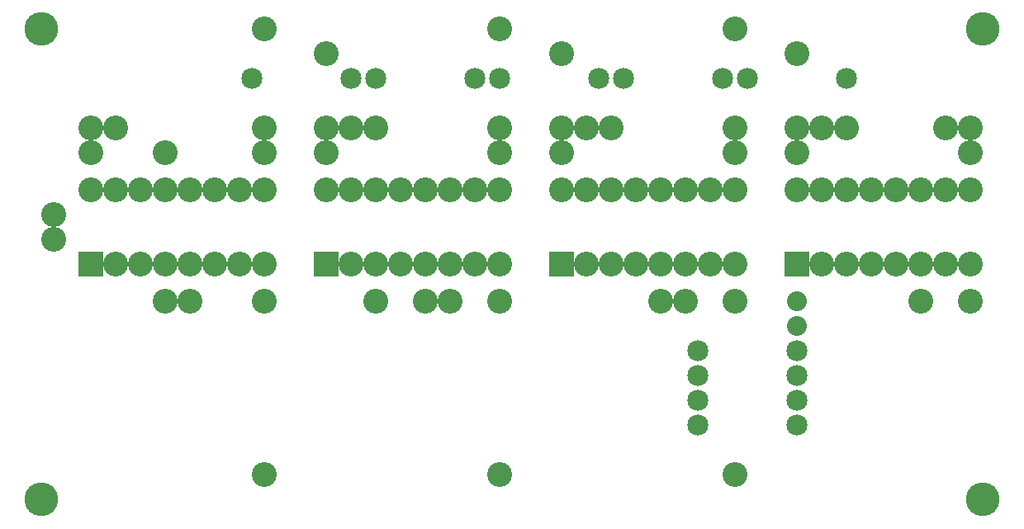
<source format=gts>
G04 MADE WITH FRITZING*
G04 WWW.FRITZING.ORG*
G04 DOUBLE SIDED*
G04 HOLES PLATED*
G04 CONTOUR ON CENTER OF CONTOUR VECTOR*
%ASAXBY*%
%FSLAX23Y23*%
%MOIN*%
%OFA0B0*%
%SFA1.0B1.0*%
%ADD10C,0.085000*%
%ADD11C,0.080000*%
%ADD12C,0.135984*%
%ADD13C,0.100551*%
%ADD14R,0.100551X0.100551*%
%LNMASK1*%
G90*
G70*
G54D10*
X970Y1839D03*
X1370Y1839D03*
X1470Y1839D03*
X1870Y1839D03*
X1970Y1839D03*
X2370Y1839D03*
X2470Y1839D03*
X2870Y1839D03*
X2970Y1839D03*
X3370Y1839D03*
X2770Y439D03*
X3170Y439D03*
X2770Y539D03*
X3170Y539D03*
X2770Y639D03*
X3170Y639D03*
X2770Y739D03*
X3170Y739D03*
G54D11*
X3170Y839D03*
X3170Y940D03*
G54D12*
X3920Y139D03*
X3920Y2039D03*
X120Y139D03*
X120Y2039D03*
G54D13*
X3170Y1089D03*
X3170Y1389D03*
X3270Y1089D03*
X3270Y1389D03*
X3370Y1089D03*
X3370Y1389D03*
X3470Y1089D03*
X3470Y1389D03*
X3570Y1089D03*
X3570Y1389D03*
X3670Y1089D03*
X3670Y1389D03*
X3770Y1089D03*
X3770Y1389D03*
X3870Y1089D03*
X3870Y1389D03*
X2220Y1089D03*
X2220Y1389D03*
X2320Y1089D03*
X2320Y1389D03*
X2420Y1089D03*
X2420Y1389D03*
X2520Y1089D03*
X2520Y1389D03*
X2620Y1089D03*
X2620Y1389D03*
X2720Y1089D03*
X2720Y1389D03*
X2820Y1089D03*
X2820Y1389D03*
X2920Y1089D03*
X2920Y1389D03*
X1270Y1089D03*
X1270Y1389D03*
X1370Y1089D03*
X1370Y1389D03*
X1470Y1089D03*
X1470Y1389D03*
X1570Y1089D03*
X1570Y1389D03*
X1670Y1089D03*
X1670Y1389D03*
X1770Y1089D03*
X1770Y1389D03*
X1870Y1089D03*
X1870Y1389D03*
X1970Y1089D03*
X1970Y1389D03*
X3770Y1639D03*
X3670Y939D03*
X2620Y939D03*
X2720Y939D03*
X1670Y939D03*
X1770Y939D03*
X720Y939D03*
X1270Y1539D03*
X420Y1639D03*
X1020Y239D03*
X1970Y239D03*
X2920Y239D03*
X2920Y939D03*
X1970Y939D03*
X1470Y939D03*
X620Y939D03*
X1020Y939D03*
X2220Y1939D03*
X1270Y1939D03*
X3170Y1939D03*
X320Y1639D03*
X2220Y1639D03*
X1270Y1639D03*
X3170Y1639D03*
X2920Y2039D03*
X1970Y2039D03*
X1020Y2039D03*
X2920Y1639D03*
X1970Y1639D03*
X1020Y1639D03*
X320Y1539D03*
X1370Y1639D03*
X1470Y1639D03*
X3270Y1639D03*
X3370Y1639D03*
X2320Y1639D03*
X2420Y1639D03*
X2220Y1539D03*
X3870Y1539D03*
X3170Y1539D03*
X2920Y1539D03*
X1970Y1539D03*
X620Y1539D03*
X1020Y1539D03*
X3870Y1639D03*
X3870Y939D03*
X170Y1289D03*
X170Y1189D03*
X320Y1089D03*
X320Y1389D03*
X420Y1089D03*
X420Y1389D03*
X520Y1089D03*
X520Y1389D03*
X620Y1089D03*
X620Y1389D03*
X720Y1089D03*
X720Y1389D03*
X820Y1089D03*
X820Y1389D03*
X920Y1089D03*
X920Y1389D03*
X1020Y1089D03*
X1020Y1389D03*
G54D14*
X3170Y1089D03*
X2220Y1089D03*
X1270Y1089D03*
X320Y1089D03*
G04 End of Mask1*
M02*
</source>
